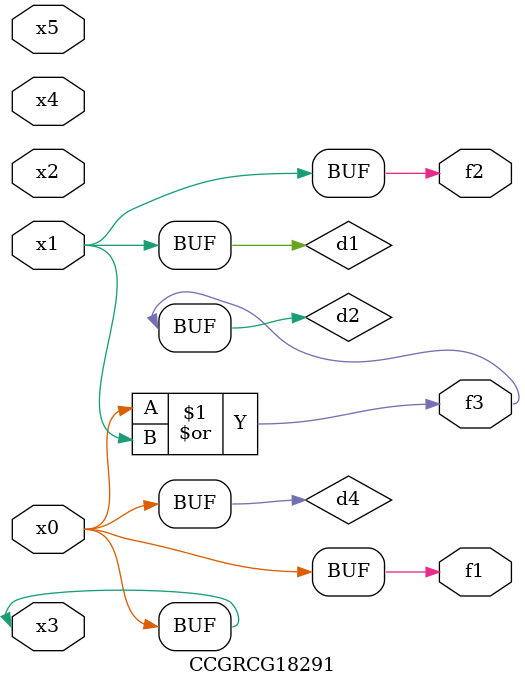
<source format=v>
module CCGRCG18291(
	input x0, x1, x2, x3, x4, x5,
	output f1, f2, f3
);

	wire d1, d2, d3, d4;

	and (d1, x1);
	or (d2, x0, x1);
	nand (d3, x0, x5);
	buf (d4, x0, x3);
	assign f1 = d4;
	assign f2 = d1;
	assign f3 = d2;
endmodule

</source>
